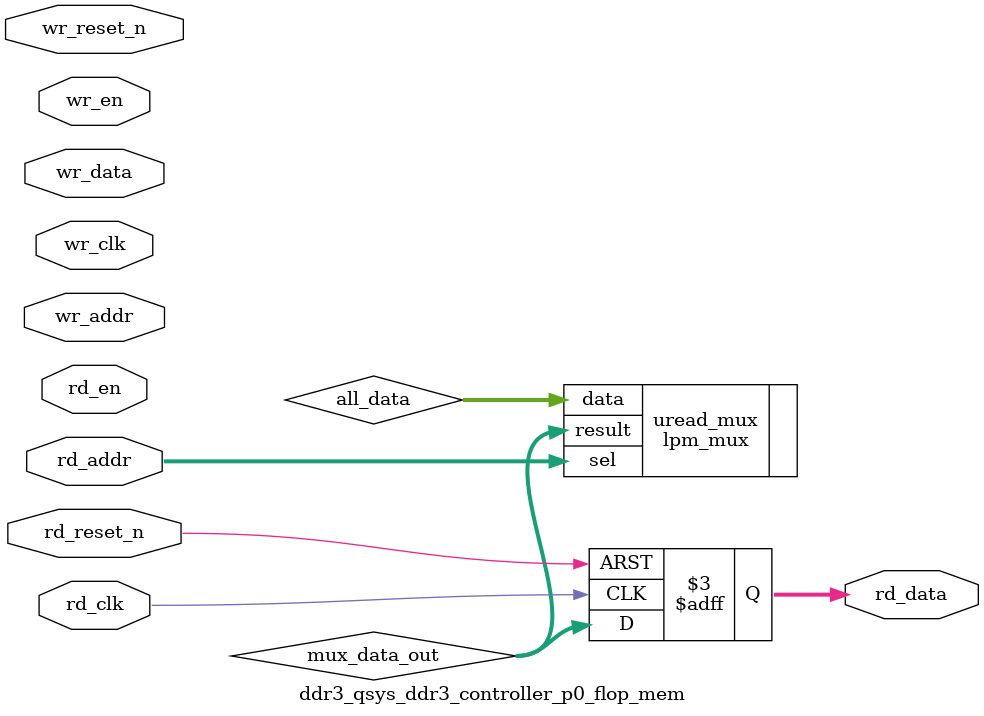
<source format=v>



`timescale 1 ps / 1 ps

(* altera_attribute = "-name ALLOW_SYNCH_CTRL_USAGE ON;-name AUTO_CLOCK_ENABLE_RECOGNITION ON" *)
module ddr3_qsys_ddr3_controller_p0_flop_mem(
	wr_reset_n,
	wr_clk,
	wr_en,
	wr_addr,
	wr_data,
	rd_reset_n,
	rd_clk,
	rd_en,
	rd_addr,
	rd_data
);

parameter WRITE_MEM_DEPTH	= "";
parameter WRITE_ADDR_WIDTH	= "";
parameter WRITE_DATA_WIDTH	= "";
parameter READ_MEM_DEPTH	= "";
parameter READ_ADDR_WIDTH	= "";		 
parameter READ_DATA_WIDTH	= "";


input	wr_reset_n;
input	wr_clk;
input	wr_en;
input	[WRITE_ADDR_WIDTH-1:0] wr_addr;
input	[WRITE_DATA_WIDTH-1:0] wr_data;
input	rd_reset_n;
input	rd_clk;
input	rd_en;
input	[READ_ADDR_WIDTH-1:0] rd_addr;
output	[READ_DATA_WIDTH-1:0] rd_data;



wire	[WRITE_DATA_WIDTH*WRITE_MEM_DEPTH-1:0] all_data;
wire	[READ_DATA_WIDTH-1:0] mux_data_out;



// declare a memory with WRITE_MEM_DEPTH entries
// each entry contains a data size of WRITE_DATA_WIDTH
reg	[WRITE_DATA_WIDTH-1:0] data_stored [0:WRITE_MEM_DEPTH-1] /* synthesis syn_preserve = 1 */;
reg	[READ_DATA_WIDTH-1:0] rd_data;

generate
genvar entry;
	for (entry=0; entry < WRITE_MEM_DEPTH; entry=entry+1)
	begin: mem_location
		assign all_data[(WRITE_DATA_WIDTH*(entry+1)-1) : (WRITE_DATA_WIDTH*entry)] = data_stored[entry]; 
		
		always @(posedge wr_clk or negedge wr_reset_n)
		begin
			if (~wr_reset_n) begin
				data_stored[entry] <= {WRITE_DATA_WIDTH{1'b0}};
			end else begin
				if (wr_en) begin
					if (entry == wr_addr) begin
						data_stored[entry] <= wr_data;
					end
				end
			end
		end		
	end
endgenerate

// mux to select the correct output data based on read address
lpm_mux	uread_mux(
	.sel (rd_addr),
	.data (all_data),
	.result (mux_data_out)
	// synopsys translate_off
	,
	.aclr (),
	.clken (),
	.clock ()
	// synopsys translate_on
	);
 defparam uread_mux.lpm_size = READ_MEM_DEPTH;
 defparam uread_mux.lpm_type = "LPM_MUX";
 defparam uread_mux.lpm_width = READ_DATA_WIDTH;
 defparam uread_mux.lpm_widths = READ_ADDR_WIDTH;

always @(posedge rd_clk or negedge rd_reset_n)	
begin
	if (~rd_reset_n) begin
		rd_data <= {READ_DATA_WIDTH{1'b0}};
	end else begin
		rd_data <= mux_data_out;
	end
end

endmodule

</source>
